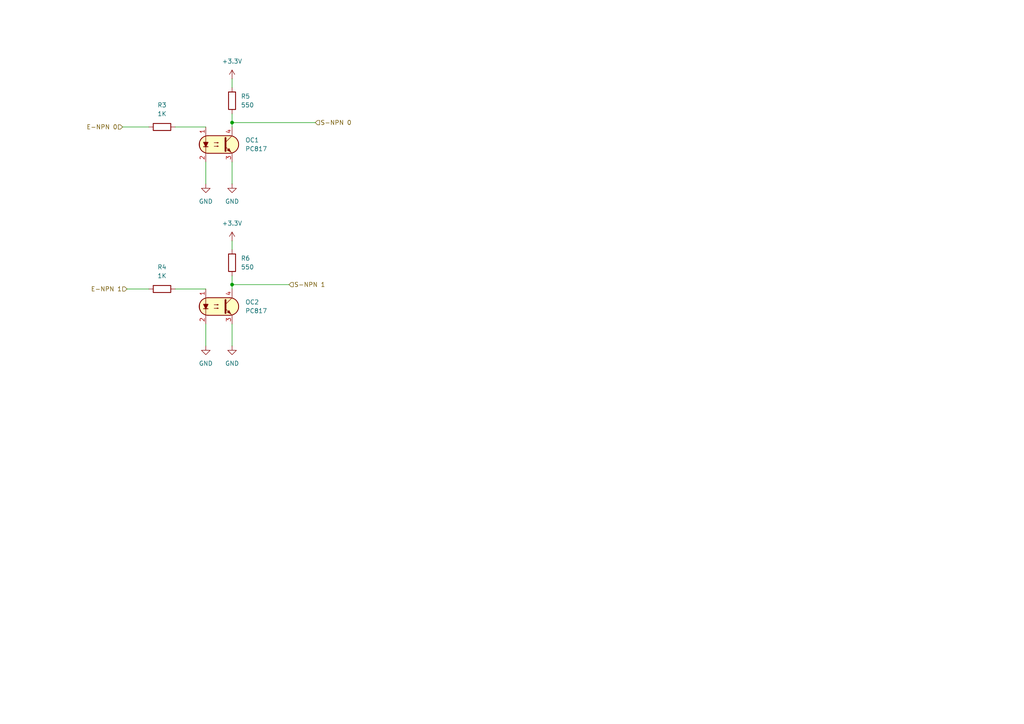
<source format=kicad_sch>
(kicad_sch
	(version 20250114)
	(generator "eeschema")
	(generator_version "9.0")
	(uuid "02f47558-360c-4b3d-bb17-903f9aeeb826")
	(paper "A4")
	(lib_symbols
		(symbol "Device:R"
			(pin_numbers
				(hide yes)
			)
			(pin_names
				(offset 0)
			)
			(exclude_from_sim no)
			(in_bom yes)
			(on_board yes)
			(property "Reference" "R"
				(at 2.032 0 90)
				(effects
					(font
						(size 1.27 1.27)
					)
				)
			)
			(property "Value" "R"
				(at 0 0 90)
				(effects
					(font
						(size 1.27 1.27)
					)
				)
			)
			(property "Footprint" ""
				(at -1.778 0 90)
				(effects
					(font
						(size 1.27 1.27)
					)
					(hide yes)
				)
			)
			(property "Datasheet" "~"
				(at 0 0 0)
				(effects
					(font
						(size 1.27 1.27)
					)
					(hide yes)
				)
			)
			(property "Description" "Resistor"
				(at 0 0 0)
				(effects
					(font
						(size 1.27 1.27)
					)
					(hide yes)
				)
			)
			(property "ki_keywords" "R res resistor"
				(at 0 0 0)
				(effects
					(font
						(size 1.27 1.27)
					)
					(hide yes)
				)
			)
			(property "ki_fp_filters" "R_*"
				(at 0 0 0)
				(effects
					(font
						(size 1.27 1.27)
					)
					(hide yes)
				)
			)
			(symbol "R_0_1"
				(rectangle
					(start -1.016 -2.54)
					(end 1.016 2.54)
					(stroke
						(width 0.254)
						(type default)
					)
					(fill
						(type none)
					)
				)
			)
			(symbol "R_1_1"
				(pin passive line
					(at 0 3.81 270)
					(length 1.27)
					(name "~"
						(effects
							(font
								(size 1.27 1.27)
							)
						)
					)
					(number "1"
						(effects
							(font
								(size 1.27 1.27)
							)
						)
					)
				)
				(pin passive line
					(at 0 -3.81 90)
					(length 1.27)
					(name "~"
						(effects
							(font
								(size 1.27 1.27)
							)
						)
					)
					(number "2"
						(effects
							(font
								(size 1.27 1.27)
							)
						)
					)
				)
			)
			(embedded_fonts no)
		)
		(symbol "PCM_Optocoupler_AKL:PC817"
			(pin_names
				(offset 1.016)
			)
			(exclude_from_sim no)
			(in_bom yes)
			(on_board yes)
			(property "Reference" "OC"
				(at 6.35 1.27 0)
				(effects
					(font
						(size 1.27 1.27)
					)
					(justify left)
				)
			)
			(property "Value" "PC817"
				(at 6.35 -1.27 0)
				(effects
					(font
						(size 1.27 1.27)
					)
					(justify left)
				)
			)
			(property "Footprint" "PCM_Package_DIP_AKL:DIP-4_W7.62mm_LongPads"
				(at 6.35 1.27 0)
				(effects
					(font
						(size 1.27 1.27)
						(italic yes)
					)
					(justify left)
					(hide yes)
				)
			)
			(property "Datasheet" "https://www.tme.eu/Document/7534c9f89aa4b1eba4ec90182e378328/PC817_2_3_47.pdf"
				(at 0 0 0)
				(effects
					(font
						(size 1.27 1.27)
					)
					(justify left)
					(hide yes)
				)
			)
			(property "Description" "DIP-4 Optocoupler, Transistor output, 5kV, 4us, Alternate KiCAD Library"
				(at 0 0 0)
				(effects
					(font
						(size 1.27 1.27)
					)
					(hide yes)
				)
			)
			(property "ki_keywords" "NPN Optocoupler transistor output PC817"
				(at 0 0 0)
				(effects
					(font
						(size 1.27 1.27)
					)
					(hide yes)
				)
			)
			(property "ki_fp_filters" "DIP*W7.62mm*"
				(at 0 0 0)
				(effects
					(font
						(size 1.27 1.27)
					)
					(hide yes)
				)
			)
			(symbol "PC817_0_1"
				(polyline
					(pts
						(xy -4.445 -0.635) (xy -3.175 -0.635)
					)
					(stroke
						(width 0.254)
						(type default)
					)
					(fill
						(type none)
					)
				)
				(polyline
					(pts
						(xy -3.81 -0.635) (xy -4.445 0.635) (xy -3.175 0.635) (xy -3.81 -0.635)
					)
					(stroke
						(width 0.254)
						(type default)
					)
					(fill
						(type outline)
					)
				)
				(polyline
					(pts
						(xy -3.81 -2.54) (xy -3.81 -1.27) (xy -3.81 2.54)
					)
					(stroke
						(width 0.1524)
						(type default)
					)
					(fill
						(type none)
					)
				)
				(polyline
					(pts
						(xy -3.175 2.54) (xy 3.175 2.54)
					)
					(stroke
						(width 0.254)
						(type default)
					)
					(fill
						(type none)
					)
				)
				(arc
					(start -3.1975 -2.54)
					(mid -5.7151 0)
					(end -3.1975 2.54)
					(stroke
						(width 0.254)
						(type default)
					)
					(fill
						(type none)
					)
				)
				(polyline
					(pts
						(xy -2.54 2.54) (xy 3.429 2.54) (xy 4.318 2.286) (xy 4.699 2.032) (xy 5.08 1.651) (xy 5.461 1.016)
						(xy 5.715 0.381) (xy 5.715 -0.381) (xy 5.461 -1.143) (xy 4.826 -1.905) (xy 4.191 -2.286) (xy 3.302 -2.54)
						(xy -3.81 -2.54) (xy -3.81 -2.54) (xy -4.572 -2.032) (xy -5.08 -1.778) (xy -5.588 -0.508) (xy -5.588 0.254)
						(xy -5.588 1.016) (xy -5.08 1.778) (xy -4.318 2.286) (xy -3.556 2.54) (xy -2.54 2.54)
					)
					(stroke
						(width 0.01)
						(type default)
					)
					(fill
						(type background)
					)
				)
				(polyline
					(pts
						(xy -1.397 0.508) (xy -0.127 0.508) (xy -0.508 0.381) (xy -0.508 0.635) (xy -0.127 0.508)
					)
					(stroke
						(width 0)
						(type default)
					)
					(fill
						(type none)
					)
				)
				(polyline
					(pts
						(xy -1.397 -0.508) (xy -0.127 -0.508) (xy -0.508 -0.635) (xy -0.508 -0.381) (xy -0.127 -0.508)
					)
					(stroke
						(width 0)
						(type default)
					)
					(fill
						(type none)
					)
				)
				(polyline
					(pts
						(xy 1.905 1.905) (xy 1.905 -1.905) (xy 1.905 -1.905)
					)
					(stroke
						(width 0.508)
						(type default)
					)
					(fill
						(type none)
					)
				)
				(polyline
					(pts
						(xy 1.905 0.635) (xy 3.81 2.54)
					)
					(stroke
						(width 0)
						(type default)
					)
					(fill
						(type none)
					)
				)
				(polyline
					(pts
						(xy 2.413 -1.651) (xy 2.921 -1.143) (xy 3.429 -2.159) (xy 2.413 -1.651) (xy 2.413 -1.651)
					)
					(stroke
						(width 0)
						(type default)
					)
					(fill
						(type outline)
					)
				)
				(arc
					(start 3.1975 2.54)
					(mid 5.7151 0)
					(end 3.1975 -2.54)
					(stroke
						(width 0.254)
						(type default)
					)
					(fill
						(type none)
					)
				)
				(polyline
					(pts
						(xy 3.175 -2.54) (xy -3.175 -2.54)
					)
					(stroke
						(width 0.254)
						(type default)
					)
					(fill
						(type none)
					)
				)
				(polyline
					(pts
						(xy 3.81 -2.54) (xy 1.905 -0.635)
					)
					(stroke
						(width 0)
						(type default)
					)
					(fill
						(type outline)
					)
				)
			)
			(symbol "PC817_1_1"
				(pin passive line
					(at -3.81 5.08 270)
					(length 2.54)
					(name "~"
						(effects
							(font
								(size 1.27 1.27)
							)
						)
					)
					(number "1"
						(effects
							(font
								(size 1.27 1.27)
							)
						)
					)
				)
				(pin passive line
					(at -3.81 -5.08 90)
					(length 2.54)
					(name "~"
						(effects
							(font
								(size 1.27 1.27)
							)
						)
					)
					(number "2"
						(effects
							(font
								(size 1.27 1.27)
							)
						)
					)
				)
				(pin passive line
					(at 3.81 5.08 270)
					(length 2.54)
					(name "~"
						(effects
							(font
								(size 1.27 1.27)
							)
						)
					)
					(number "4"
						(effects
							(font
								(size 1.27 1.27)
							)
						)
					)
				)
				(pin passive line
					(at 3.81 -5.08 90)
					(length 2.54)
					(name "~"
						(effects
							(font
								(size 1.27 1.27)
							)
						)
					)
					(number "3"
						(effects
							(font
								(size 1.27 1.27)
							)
						)
					)
				)
			)
			(embedded_fonts no)
		)
		(symbol "power:+3.3V"
			(power)
			(pin_numbers
				(hide yes)
			)
			(pin_names
				(offset 0)
				(hide yes)
			)
			(exclude_from_sim no)
			(in_bom yes)
			(on_board yes)
			(property "Reference" "#PWR"
				(at 0 -3.81 0)
				(effects
					(font
						(size 1.27 1.27)
					)
					(hide yes)
				)
			)
			(property "Value" "+3.3V"
				(at 0 3.556 0)
				(effects
					(font
						(size 1.27 1.27)
					)
				)
			)
			(property "Footprint" ""
				(at 0 0 0)
				(effects
					(font
						(size 1.27 1.27)
					)
					(hide yes)
				)
			)
			(property "Datasheet" ""
				(at 0 0 0)
				(effects
					(font
						(size 1.27 1.27)
					)
					(hide yes)
				)
			)
			(property "Description" "Power symbol creates a global label with name \"+3.3V\""
				(at 0 0 0)
				(effects
					(font
						(size 1.27 1.27)
					)
					(hide yes)
				)
			)
			(property "ki_keywords" "global power"
				(at 0 0 0)
				(effects
					(font
						(size 1.27 1.27)
					)
					(hide yes)
				)
			)
			(symbol "+3.3V_0_1"
				(polyline
					(pts
						(xy -0.762 1.27) (xy 0 2.54)
					)
					(stroke
						(width 0)
						(type default)
					)
					(fill
						(type none)
					)
				)
				(polyline
					(pts
						(xy 0 2.54) (xy 0.762 1.27)
					)
					(stroke
						(width 0)
						(type default)
					)
					(fill
						(type none)
					)
				)
				(polyline
					(pts
						(xy 0 0) (xy 0 2.54)
					)
					(stroke
						(width 0)
						(type default)
					)
					(fill
						(type none)
					)
				)
			)
			(symbol "+3.3V_1_1"
				(pin power_in line
					(at 0 0 90)
					(length 0)
					(name "~"
						(effects
							(font
								(size 1.27 1.27)
							)
						)
					)
					(number "1"
						(effects
							(font
								(size 1.27 1.27)
							)
						)
					)
				)
			)
			(embedded_fonts no)
		)
		(symbol "power:GND"
			(power)
			(pin_numbers
				(hide yes)
			)
			(pin_names
				(offset 0)
				(hide yes)
			)
			(exclude_from_sim no)
			(in_bom yes)
			(on_board yes)
			(property "Reference" "#PWR"
				(at 0 -6.35 0)
				(effects
					(font
						(size 1.27 1.27)
					)
					(hide yes)
				)
			)
			(property "Value" "GND"
				(at 0 -3.81 0)
				(effects
					(font
						(size 1.27 1.27)
					)
				)
			)
			(property "Footprint" ""
				(at 0 0 0)
				(effects
					(font
						(size 1.27 1.27)
					)
					(hide yes)
				)
			)
			(property "Datasheet" ""
				(at 0 0 0)
				(effects
					(font
						(size 1.27 1.27)
					)
					(hide yes)
				)
			)
			(property "Description" "Power symbol creates a global label with name \"GND\" , ground"
				(at 0 0 0)
				(effects
					(font
						(size 1.27 1.27)
					)
					(hide yes)
				)
			)
			(property "ki_keywords" "global power"
				(at 0 0 0)
				(effects
					(font
						(size 1.27 1.27)
					)
					(hide yes)
				)
			)
			(symbol "GND_0_1"
				(polyline
					(pts
						(xy 0 0) (xy 0 -1.27) (xy 1.27 -1.27) (xy 0 -2.54) (xy -1.27 -1.27) (xy 0 -1.27)
					)
					(stroke
						(width 0)
						(type default)
					)
					(fill
						(type none)
					)
				)
			)
			(symbol "GND_1_1"
				(pin power_in line
					(at 0 0 270)
					(length 0)
					(name "~"
						(effects
							(font
								(size 1.27 1.27)
							)
						)
					)
					(number "1"
						(effects
							(font
								(size 1.27 1.27)
							)
						)
					)
				)
			)
			(embedded_fonts no)
		)
	)
	(junction
		(at 67.31 82.55)
		(diameter 0)
		(color 0 0 0 0)
		(uuid "1cf358b0-b752-42f3-be20-ce99676e5ff4")
	)
	(junction
		(at 67.31 35.56)
		(diameter 0)
		(color 0 0 0 0)
		(uuid "ed9b63f5-4e49-4e9f-aaca-63416e83d514")
	)
	(wire
		(pts
			(xy 67.31 46.99) (xy 67.31 53.34)
		)
		(stroke
			(width 0)
			(type default)
		)
		(uuid "0452ee78-a176-4f7f-9890-e5c70bf6f642")
	)
	(wire
		(pts
			(xy 67.31 93.98) (xy 67.31 100.33)
		)
		(stroke
			(width 0)
			(type default)
		)
		(uuid "047dd900-958b-4be8-9aaa-7ebdf63ad6f4")
	)
	(wire
		(pts
			(xy 67.31 22.86) (xy 67.31 25.4)
		)
		(stroke
			(width 0)
			(type default)
		)
		(uuid "317f9f15-2009-47a2-8a90-6768ef1c8e34")
	)
	(wire
		(pts
			(xy 67.31 82.55) (xy 67.31 83.82)
		)
		(stroke
			(width 0)
			(type default)
		)
		(uuid "368a62e6-720e-44c3-93da-514ab48f8c83")
	)
	(wire
		(pts
			(xy 67.31 35.56) (xy 67.31 36.83)
		)
		(stroke
			(width 0)
			(type default)
		)
		(uuid "372759a8-87c7-42d9-bab1-acbacdcac810")
	)
	(wire
		(pts
			(xy 67.31 35.56) (xy 91.44 35.56)
		)
		(stroke
			(width 0)
			(type default)
		)
		(uuid "3d841a89-6c7d-41be-ac22-efeb92475f87")
	)
	(wire
		(pts
			(xy 67.31 80.01) (xy 67.31 82.55)
		)
		(stroke
			(width 0)
			(type default)
		)
		(uuid "4e4ca145-8073-4e3f-bcd8-39e3c8482f7a")
	)
	(wire
		(pts
			(xy 59.69 100.33) (xy 59.69 93.98)
		)
		(stroke
			(width 0)
			(type default)
		)
		(uuid "4f32a14d-3565-4d12-8f34-746f2c64e41f")
	)
	(wire
		(pts
			(xy 59.69 53.34) (xy 59.69 46.99)
		)
		(stroke
			(width 0)
			(type default)
		)
		(uuid "6d068278-6cc3-4447-b66b-b10b69e13060")
	)
	(wire
		(pts
			(xy 36.83 83.82) (xy 43.18 83.82)
		)
		(stroke
			(width 0)
			(type default)
		)
		(uuid "7d686c41-9dfb-4114-86f3-3fa748037bdf")
	)
	(wire
		(pts
			(xy 67.31 82.55) (xy 83.82 82.55)
		)
		(stroke
			(width 0)
			(type default)
		)
		(uuid "89d4902f-cbdd-4cbd-ad23-2a25d2e1e922")
	)
	(wire
		(pts
			(xy 67.31 33.02) (xy 67.31 35.56)
		)
		(stroke
			(width 0)
			(type default)
		)
		(uuid "949256fb-bdfa-4e72-a36c-83680fe007ba")
	)
	(wire
		(pts
			(xy 67.31 69.85) (xy 67.31 72.39)
		)
		(stroke
			(width 0)
			(type default)
		)
		(uuid "a8cdbb00-c1f7-440f-9d20-b2b179ecc5ef")
	)
	(wire
		(pts
			(xy 35.56 36.83) (xy 43.18 36.83)
		)
		(stroke
			(width 0)
			(type default)
		)
		(uuid "c2febfa8-5485-4c95-b587-eee17439183e")
	)
	(wire
		(pts
			(xy 50.8 83.82) (xy 59.69 83.82)
		)
		(stroke
			(width 0)
			(type default)
		)
		(uuid "dac48607-142c-429f-a73a-3440f57a8bc5")
	)
	(wire
		(pts
			(xy 50.8 36.83) (xy 59.69 36.83)
		)
		(stroke
			(width 0)
			(type default)
		)
		(uuid "dd2dea13-93da-42cd-b2ef-e2900b420530")
	)
	(hierarchical_label "S-NPN 0"
		(shape input)
		(at 91.44 35.56 0)
		(effects
			(font
				(size 1.27 1.27)
			)
			(justify left)
		)
		(uuid "19f74fd9-006c-4421-bb17-aabaa11db7f0")
	)
	(hierarchical_label "S-NPN 1"
		(shape input)
		(at 83.82 82.55 0)
		(effects
			(font
				(size 1.27 1.27)
			)
			(justify left)
		)
		(uuid "29a5b0e3-9e58-49ac-af8a-603333a17e93")
	)
	(hierarchical_label "E-NPN 1"
		(shape input)
		(at 36.83 83.82 180)
		(effects
			(font
				(size 1.27 1.27)
			)
			(justify right)
		)
		(uuid "4a724ae8-19de-46d0-9477-afdc3088f7bc")
	)
	(hierarchical_label "E-NPN 0"
		(shape input)
		(at 35.56 36.83 180)
		(effects
			(font
				(size 1.27 1.27)
			)
			(justify right)
		)
		(uuid "616016b9-b091-406b-8f50-fe6cb21679d2")
	)
	(symbol
		(lib_id "power:GND")
		(at 59.69 53.34 0)
		(unit 1)
		(exclude_from_sim no)
		(in_bom yes)
		(on_board yes)
		(dnp no)
		(fields_autoplaced yes)
		(uuid "079d57e4-6cf0-44ee-a216-3c082b4927be")
		(property "Reference" "#PWR010"
			(at 59.69 59.69 0)
			(effects
				(font
					(size 1.27 1.27)
				)
				(hide yes)
			)
		)
		(property "Value" "GND"
			(at 59.69 58.42 0)
			(effects
				(font
					(size 1.27 1.27)
				)
			)
		)
		(property "Footprint" ""
			(at 59.69 53.34 0)
			(effects
				(font
					(size 1.27 1.27)
				)
				(hide yes)
			)
		)
		(property "Datasheet" ""
			(at 59.69 53.34 0)
			(effects
				(font
					(size 1.27 1.27)
				)
				(hide yes)
			)
		)
		(property "Description" "Power symbol creates a global label with name \"GND\" , ground"
			(at 59.69 53.34 0)
			(effects
				(font
					(size 1.27 1.27)
				)
				(hide yes)
			)
		)
		(pin "1"
			(uuid "09378ea1-61ae-49af-8983-9923fde7753b")
		)
		(instances
			(project ""
				(path "/a0ccc1c3-98b7-44b4-a982-09e3bf693e4b/78291816-8ba1-49cf-9609-e1c359225404/71da702b-024c-4baa-8c72-f62b2ca98090"
					(reference "#PWR010")
					(unit 1)
				)
			)
		)
	)
	(symbol
		(lib_id "power:GND")
		(at 59.69 100.33 0)
		(unit 1)
		(exclude_from_sim no)
		(in_bom yes)
		(on_board yes)
		(dnp no)
		(fields_autoplaced yes)
		(uuid "27cde261-fd90-4aa3-a915-e588cb86ede1")
		(property "Reference" "#PWR021"
			(at 59.69 106.68 0)
			(effects
				(font
					(size 1.27 1.27)
				)
				(hide yes)
			)
		)
		(property "Value" "GND"
			(at 59.69 105.41 0)
			(effects
				(font
					(size 1.27 1.27)
				)
			)
		)
		(property "Footprint" ""
			(at 59.69 100.33 0)
			(effects
				(font
					(size 1.27 1.27)
				)
				(hide yes)
			)
		)
		(property "Datasheet" ""
			(at 59.69 100.33 0)
			(effects
				(font
					(size 1.27 1.27)
				)
				(hide yes)
			)
		)
		(property "Description" "Power symbol creates a global label with name \"GND\" , ground"
			(at 59.69 100.33 0)
			(effects
				(font
					(size 1.27 1.27)
				)
				(hide yes)
			)
		)
		(pin "1"
			(uuid "5b3580b0-fc58-4b25-a77f-3083764e5952")
		)
		(instances
			(project "PCB PICHARDO"
				(path "/a0ccc1c3-98b7-44b4-a982-09e3bf693e4b/78291816-8ba1-49cf-9609-e1c359225404/71da702b-024c-4baa-8c72-f62b2ca98090"
					(reference "#PWR021")
					(unit 1)
				)
			)
		)
	)
	(symbol
		(lib_id "PCM_Optocoupler_AKL:PC817")
		(at 63.5 88.9 0)
		(unit 1)
		(exclude_from_sim no)
		(in_bom yes)
		(on_board yes)
		(dnp no)
		(fields_autoplaced yes)
		(uuid "50b8064d-343f-44be-a8ef-4c3b82879cd6")
		(property "Reference" "OC2"
			(at 71.12 87.6299 0)
			(effects
				(font
					(size 1.27 1.27)
				)
				(justify left)
			)
		)
		(property "Value" "PC817"
			(at 71.12 90.1699 0)
			(effects
				(font
					(size 1.27 1.27)
				)
				(justify left)
			)
		)
		(property "Footprint" "Package_DIP:DIP-4_W7.62mm_SMDSocket_SmallPads"
			(at 69.85 87.63 0)
			(effects
				(font
					(size 1.27 1.27)
					(italic yes)
				)
				(justify left)
				(hide yes)
			)
		)
		(property "Datasheet" "https://www.tme.eu/Document/7534c9f89aa4b1eba4ec90182e378328/PC817_2_3_47.pdf"
			(at 63.5 88.9 0)
			(effects
				(font
					(size 1.27 1.27)
				)
				(justify left)
				(hide yes)
			)
		)
		(property "Description" "DIP-4 Optocoupler, Transistor output, 5kV, 4us, Alternate KiCAD Library"
			(at 63.5 88.9 0)
			(effects
				(font
					(size 1.27 1.27)
				)
				(hide yes)
			)
		)
		(pin "3"
			(uuid "490d3e4b-504d-4183-8a96-19f82a4a94a1")
		)
		(pin "2"
			(uuid "0774153a-1c24-4f23-81ec-63e865ae7842")
		)
		(pin "4"
			(uuid "a3016e38-3fe1-48e5-adf4-990097b09ce2")
		)
		(pin "1"
			(uuid "53a9a27e-3d4c-4c6d-82a4-7d3df9449352")
		)
		(instances
			(project "PCB PICHARDO"
				(path "/a0ccc1c3-98b7-44b4-a982-09e3bf693e4b/78291816-8ba1-49cf-9609-e1c359225404/71da702b-024c-4baa-8c72-f62b2ca98090"
					(reference "OC2")
					(unit 1)
				)
			)
		)
	)
	(symbol
		(lib_id "power:GND")
		(at 67.31 53.34 0)
		(unit 1)
		(exclude_from_sim no)
		(in_bom yes)
		(on_board yes)
		(dnp no)
		(fields_autoplaced yes)
		(uuid "533ffd88-137e-4eb6-add1-db5ea475ba44")
		(property "Reference" "#PWR020"
			(at 67.31 59.69 0)
			(effects
				(font
					(size 1.27 1.27)
				)
				(hide yes)
			)
		)
		(property "Value" "GND"
			(at 67.31 58.42 0)
			(effects
				(font
					(size 1.27 1.27)
				)
			)
		)
		(property "Footprint" ""
			(at 67.31 53.34 0)
			(effects
				(font
					(size 1.27 1.27)
				)
				(hide yes)
			)
		)
		(property "Datasheet" ""
			(at 67.31 53.34 0)
			(effects
				(font
					(size 1.27 1.27)
				)
				(hide yes)
			)
		)
		(property "Description" "Power symbol creates a global label with name \"GND\" , ground"
			(at 67.31 53.34 0)
			(effects
				(font
					(size 1.27 1.27)
				)
				(hide yes)
			)
		)
		(pin "1"
			(uuid "5bf57354-f2cf-4a79-8d07-f6f466ff1973")
		)
		(instances
			(project "PCB PICHARDO"
				(path "/a0ccc1c3-98b7-44b4-a982-09e3bf693e4b/78291816-8ba1-49cf-9609-e1c359225404/71da702b-024c-4baa-8c72-f62b2ca98090"
					(reference "#PWR020")
					(unit 1)
				)
			)
		)
	)
	(symbol
		(lib_id "PCM_Optocoupler_AKL:PC817")
		(at 63.5 41.91 0)
		(unit 1)
		(exclude_from_sim no)
		(in_bom yes)
		(on_board yes)
		(dnp no)
		(fields_autoplaced yes)
		(uuid "6b8f3487-6d5b-4665-add4-54b6d8f7c6d8")
		(property "Reference" "OC1"
			(at 71.12 40.6399 0)
			(effects
				(font
					(size 1.27 1.27)
				)
				(justify left)
			)
		)
		(property "Value" "PC817"
			(at 71.12 43.1799 0)
			(effects
				(font
					(size 1.27 1.27)
				)
				(justify left)
			)
		)
		(property "Footprint" "Package_DIP:DIP-4_W7.62mm_SMDSocket_SmallPads"
			(at 69.85 40.64 0)
			(effects
				(font
					(size 1.27 1.27)
					(italic yes)
				)
				(justify left)
				(hide yes)
			)
		)
		(property "Datasheet" "https://www.tme.eu/Document/7534c9f89aa4b1eba4ec90182e378328/PC817_2_3_47.pdf"
			(at 63.5 41.91 0)
			(effects
				(font
					(size 1.27 1.27)
				)
				(justify left)
				(hide yes)
			)
		)
		(property "Description" "DIP-4 Optocoupler, Transistor output, 5kV, 4us, Alternate KiCAD Library"
			(at 63.5 41.91 0)
			(effects
				(font
					(size 1.27 1.27)
				)
				(hide yes)
			)
		)
		(pin "3"
			(uuid "0bf452b9-2c12-479d-acf8-c9ec1286394d")
		)
		(pin "2"
			(uuid "f3fdc4e8-93c7-4132-a44b-31d525861494")
		)
		(pin "4"
			(uuid "3eba2f4b-e372-42f6-89b9-8020714851af")
		)
		(pin "1"
			(uuid "c348c713-dfbf-43a7-a988-378a6acc9307")
		)
		(instances
			(project "PCB PICHARDO"
				(path "/a0ccc1c3-98b7-44b4-a982-09e3bf693e4b/78291816-8ba1-49cf-9609-e1c359225404/71da702b-024c-4baa-8c72-f62b2ca98090"
					(reference "OC1")
					(unit 1)
				)
			)
		)
	)
	(symbol
		(lib_id "Device:R")
		(at 46.99 36.83 90)
		(unit 1)
		(exclude_from_sim no)
		(in_bom yes)
		(on_board yes)
		(dnp no)
		(fields_autoplaced yes)
		(uuid "71bc461e-06cf-4501-a9a6-0f5968073f3a")
		(property "Reference" "R3"
			(at 46.99 30.48 90)
			(effects
				(font
					(size 1.27 1.27)
				)
			)
		)
		(property "Value" "1K"
			(at 46.99 33.02 90)
			(effects
				(font
					(size 1.27 1.27)
				)
			)
		)
		(property "Footprint" "Resistor_SMD:R_0603_1608Metric"
			(at 46.99 38.608 90)
			(effects
				(font
					(size 1.27 1.27)
				)
				(hide yes)
			)
		)
		(property "Datasheet" "~"
			(at 46.99 36.83 0)
			(effects
				(font
					(size 1.27 1.27)
				)
				(hide yes)
			)
		)
		(property "Description" "Resistor"
			(at 46.99 36.83 0)
			(effects
				(font
					(size 1.27 1.27)
				)
				(hide yes)
			)
		)
		(pin "1"
			(uuid "53b83e71-2717-4c97-b17a-949f75321ac9")
		)
		(pin "2"
			(uuid "6d705a1a-7148-46c8-8755-da105c42bfbd")
		)
		(instances
			(project ""
				(path "/a0ccc1c3-98b7-44b4-a982-09e3bf693e4b/78291816-8ba1-49cf-9609-e1c359225404/71da702b-024c-4baa-8c72-f62b2ca98090"
					(reference "R3")
					(unit 1)
				)
			)
		)
	)
	(symbol
		(lib_id "power:GND")
		(at 67.31 100.33 0)
		(unit 1)
		(exclude_from_sim no)
		(in_bom yes)
		(on_board yes)
		(dnp no)
		(fields_autoplaced yes)
		(uuid "74b370e5-4a14-4dce-b3ea-d300fc68ec14")
		(property "Reference" "#PWR023"
			(at 67.31 106.68 0)
			(effects
				(font
					(size 1.27 1.27)
				)
				(hide yes)
			)
		)
		(property "Value" "GND"
			(at 67.31 105.41 0)
			(effects
				(font
					(size 1.27 1.27)
				)
			)
		)
		(property "Footprint" ""
			(at 67.31 100.33 0)
			(effects
				(font
					(size 1.27 1.27)
				)
				(hide yes)
			)
		)
		(property "Datasheet" ""
			(at 67.31 100.33 0)
			(effects
				(font
					(size 1.27 1.27)
				)
				(hide yes)
			)
		)
		(property "Description" "Power symbol creates a global label with name \"GND\" , ground"
			(at 67.31 100.33 0)
			(effects
				(font
					(size 1.27 1.27)
				)
				(hide yes)
			)
		)
		(pin "1"
			(uuid "9f95347c-04ff-4ac0-aeb6-bebf6d3846df")
		)
		(instances
			(project "PCB PICHARDO"
				(path "/a0ccc1c3-98b7-44b4-a982-09e3bf693e4b/78291816-8ba1-49cf-9609-e1c359225404/71da702b-024c-4baa-8c72-f62b2ca98090"
					(reference "#PWR023")
					(unit 1)
				)
			)
		)
	)
	(symbol
		(lib_id "power:+3.3V")
		(at 67.31 69.85 0)
		(unit 1)
		(exclude_from_sim no)
		(in_bom yes)
		(on_board yes)
		(dnp no)
		(fields_autoplaced yes)
		(uuid "8ea9c99e-82db-4cbc-80fc-a4cf9410aa5c")
		(property "Reference" "#PWR022"
			(at 67.31 73.66 0)
			(effects
				(font
					(size 1.27 1.27)
				)
				(hide yes)
			)
		)
		(property "Value" "+3.3V"
			(at 67.31 64.77 0)
			(effects
				(font
					(size 1.27 1.27)
				)
			)
		)
		(property "Footprint" ""
			(at 67.31 69.85 0)
			(effects
				(font
					(size 1.27 1.27)
				)
				(hide yes)
			)
		)
		(property "Datasheet" ""
			(at 67.31 69.85 0)
			(effects
				(font
					(size 1.27 1.27)
				)
				(hide yes)
			)
		)
		(property "Description" "Power symbol creates a global label with name \"+3.3V\""
			(at 67.31 69.85 0)
			(effects
				(font
					(size 1.27 1.27)
				)
				(hide yes)
			)
		)
		(pin "1"
			(uuid "ce3a372f-3b2c-4a1c-87f2-ccfaac573631")
		)
		(instances
			(project "PCB PICHARDO"
				(path "/a0ccc1c3-98b7-44b4-a982-09e3bf693e4b/78291816-8ba1-49cf-9609-e1c359225404/71da702b-024c-4baa-8c72-f62b2ca98090"
					(reference "#PWR022")
					(unit 1)
				)
			)
		)
	)
	(symbol
		(lib_id "Device:R")
		(at 67.31 29.21 180)
		(unit 1)
		(exclude_from_sim no)
		(in_bom yes)
		(on_board yes)
		(dnp no)
		(uuid "a5b64f97-30fc-42b9-b5c2-9ab9975ec60f")
		(property "Reference" "R5"
			(at 69.85 27.9399 0)
			(effects
				(font
					(size 1.27 1.27)
				)
				(justify right)
			)
		)
		(property "Value" "550"
			(at 69.85 30.48 0)
			(effects
				(font
					(size 1.27 1.27)
				)
				(justify right)
			)
		)
		(property "Footprint" "Resistor_SMD:R_0603_1608Metric"
			(at 69.088 29.21 90)
			(effects
				(font
					(size 1.27 1.27)
				)
				(hide yes)
			)
		)
		(property "Datasheet" "~"
			(at 67.31 29.21 0)
			(effects
				(font
					(size 1.27 1.27)
				)
				(hide yes)
			)
		)
		(property "Description" "Resistor"
			(at 67.31 29.21 0)
			(effects
				(font
					(size 1.27 1.27)
				)
				(hide yes)
			)
		)
		(pin "1"
			(uuid "b289aa6c-fdb7-4c69-9f91-19b5dc579df6")
		)
		(pin "2"
			(uuid "9969d41e-fd5e-4117-98cb-370c603ffe7e")
		)
		(instances
			(project "PCB PICHARDO"
				(path "/a0ccc1c3-98b7-44b4-a982-09e3bf693e4b/78291816-8ba1-49cf-9609-e1c359225404/71da702b-024c-4baa-8c72-f62b2ca98090"
					(reference "R5")
					(unit 1)
				)
			)
		)
	)
	(symbol
		(lib_id "power:+3.3V")
		(at 67.31 22.86 0)
		(unit 1)
		(exclude_from_sim no)
		(in_bom yes)
		(on_board yes)
		(dnp no)
		(fields_autoplaced yes)
		(uuid "b6525b2a-8a76-4403-bb42-8a032ac5046a")
		(property "Reference" "#PWR019"
			(at 67.31 26.67 0)
			(effects
				(font
					(size 1.27 1.27)
				)
				(hide yes)
			)
		)
		(property "Value" "+3.3V"
			(at 67.31 17.78 0)
			(effects
				(font
					(size 1.27 1.27)
				)
			)
		)
		(property "Footprint" ""
			(at 67.31 22.86 0)
			(effects
				(font
					(size 1.27 1.27)
				)
				(hide yes)
			)
		)
		(property "Datasheet" ""
			(at 67.31 22.86 0)
			(effects
				(font
					(size 1.27 1.27)
				)
				(hide yes)
			)
		)
		(property "Description" "Power symbol creates a global label with name \"+3.3V\""
			(at 67.31 22.86 0)
			(effects
				(font
					(size 1.27 1.27)
				)
				(hide yes)
			)
		)
		(pin "1"
			(uuid "c18fd532-d3e6-42b3-af61-c7194ee06852")
		)
		(instances
			(project "PCB PICHARDO"
				(path "/a0ccc1c3-98b7-44b4-a982-09e3bf693e4b/78291816-8ba1-49cf-9609-e1c359225404/71da702b-024c-4baa-8c72-f62b2ca98090"
					(reference "#PWR019")
					(unit 1)
				)
			)
		)
	)
	(symbol
		(lib_id "Device:R")
		(at 46.99 83.82 90)
		(unit 1)
		(exclude_from_sim no)
		(in_bom yes)
		(on_board yes)
		(dnp no)
		(fields_autoplaced yes)
		(uuid "c5c3065e-f374-4556-91ec-770e8b13f8fd")
		(property "Reference" "R4"
			(at 46.99 77.47 90)
			(effects
				(font
					(size 1.27 1.27)
				)
			)
		)
		(property "Value" "1K"
			(at 46.99 80.01 90)
			(effects
				(font
					(size 1.27 1.27)
				)
			)
		)
		(property "Footprint" "Resistor_SMD:R_0603_1608Metric"
			(at 46.99 85.598 90)
			(effects
				(font
					(size 1.27 1.27)
				)
				(hide yes)
			)
		)
		(property "Datasheet" "~"
			(at 46.99 83.82 0)
			(effects
				(font
					(size 1.27 1.27)
				)
				(hide yes)
			)
		)
		(property "Description" "Resistor"
			(at 46.99 83.82 0)
			(effects
				(font
					(size 1.27 1.27)
				)
				(hide yes)
			)
		)
		(pin "1"
			(uuid "07dd356c-1ca6-47eb-9d9a-0e8af2ad187a")
		)
		(pin "2"
			(uuid "12a62bdf-7e4d-4ab2-97d2-69122aec3097")
		)
		(instances
			(project "PCB PICHARDO"
				(path "/a0ccc1c3-98b7-44b4-a982-09e3bf693e4b/78291816-8ba1-49cf-9609-e1c359225404/71da702b-024c-4baa-8c72-f62b2ca98090"
					(reference "R4")
					(unit 1)
				)
			)
		)
	)
	(symbol
		(lib_id "Device:R")
		(at 67.31 76.2 180)
		(unit 1)
		(exclude_from_sim no)
		(in_bom yes)
		(on_board yes)
		(dnp no)
		(uuid "fe1dd84f-389f-43d8-8892-7fa53223d85c")
		(property "Reference" "R6"
			(at 69.85 74.9299 0)
			(effects
				(font
					(size 1.27 1.27)
				)
				(justify right)
			)
		)
		(property "Value" "550"
			(at 69.85 77.47 0)
			(effects
				(font
					(size 1.27 1.27)
				)
				(justify right)
			)
		)
		(property "Footprint" "Resistor_SMD:R_0603_1608Metric"
			(at 69.088 76.2 90)
			(effects
				(font
					(size 1.27 1.27)
				)
				(hide yes)
			)
		)
		(property "Datasheet" "~"
			(at 67.31 76.2 0)
			(effects
				(font
					(size 1.27 1.27)
				)
				(hide yes)
			)
		)
		(property "Description" "Resistor"
			(at 67.31 76.2 0)
			(effects
				(font
					(size 1.27 1.27)
				)
				(hide yes)
			)
		)
		(pin "1"
			(uuid "3a6d4b60-91fc-4ff9-8f0f-24785f89a3a4")
		)
		(pin "2"
			(uuid "371cb3dd-8e5d-4d47-9fc6-1c3636d8ee8a")
		)
		(instances
			(project "PCB PICHARDO"
				(path "/a0ccc1c3-98b7-44b4-a982-09e3bf693e4b/78291816-8ba1-49cf-9609-e1c359225404/71da702b-024c-4baa-8c72-f62b2ca98090"
					(reference "R6")
					(unit 1)
				)
			)
		)
	)
)

</source>
